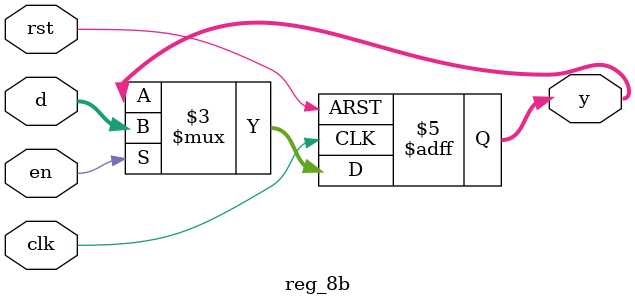
<source format=v>

module reg_8b(d, en, clk, rst, y);
  input [7:0]d;
  input en, clk, rst;
  output reg [7:0]y = 0;
  always @(posedge clk, posedge rst)begin
    if (rst) y <= 0;
    else if(en) y <= d;
  end
endmodule
</source>
